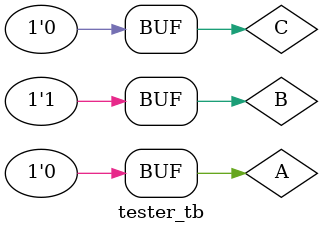
<source format=v>
module tester(
    input a, b, c,
    output x,
    output [2:0] y,
    output [2:0] z
);

assign x=|a;
assign y= b&a |b +b;
assign z= ~a | b & c;
endmodule

`timescale 1ns/1ps
module tester_tb;
reg A, B, C;
wire X;
wire [2:0] Y;
wire [2:0] Z;

tester uut(
    .a(A),
    .b(B),
    .c(C),
    .x(X),
    .y(Y),
    .z(Z)
);
initial begin
    A=0; B=0; C=0;

    #20
    C=1;
    #20
    B=1;
    #20
    C=0;

end

initial begin
    $monitor("%b, %b, %b, %b, %b, %b", A, B, C, X, Y, Z);
end
endmodule

</source>
